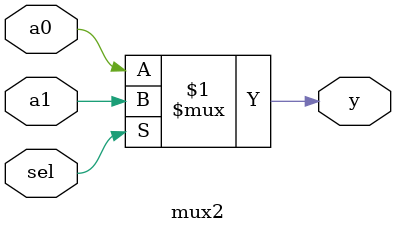
<source format=sv>
module mux2 #(
    parameter int Width = 1
)(
    input logic[Width-1:0] a0,
    input logic[Width-1:0] a1,
    input logic sel,
    output logic[Width-1:0] y
);
    assign y = sel ? a1 : a0;
endmodule

</source>
